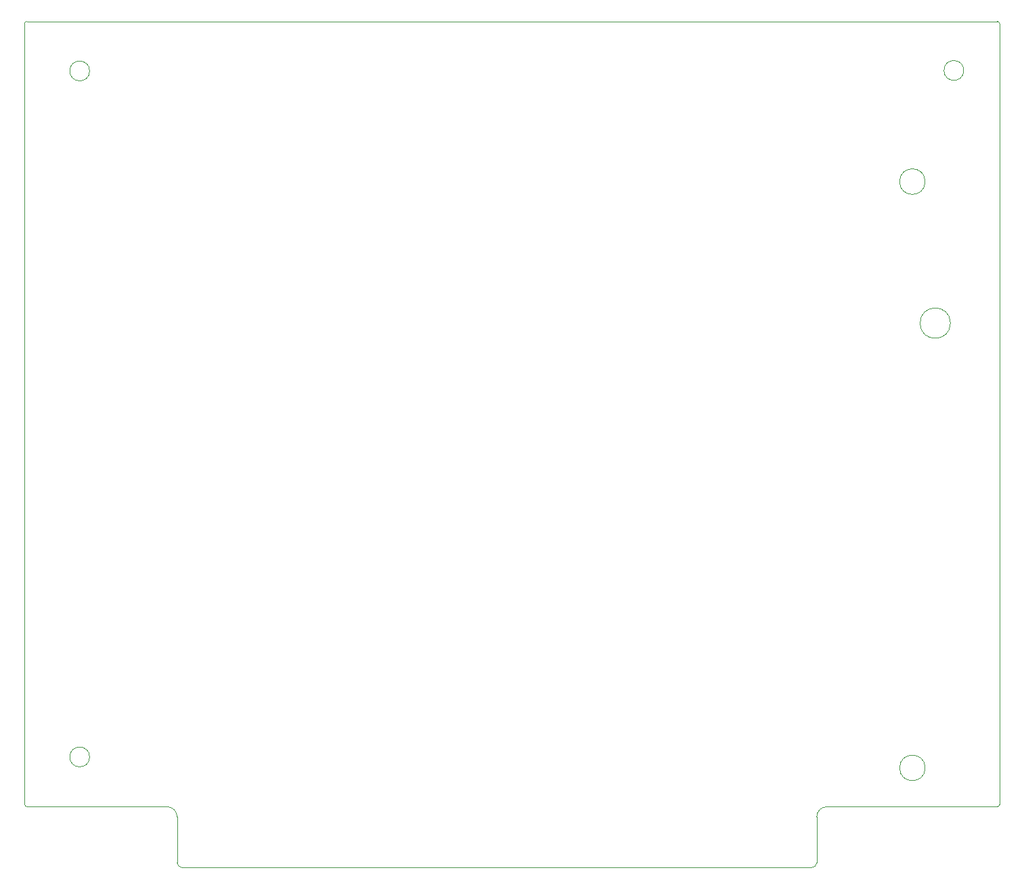
<source format=gm1>
G04 #@! TF.GenerationSoftware,KiCad,Pcbnew,8.0.9*
G04 #@! TF.CreationDate,2025-03-24T20:53:25+01:00*
G04 #@! TF.ProjectId,Mindscape_Music_Board,4d696e64-7363-4617-9065-5f4d75736963,rev?*
G04 #@! TF.SameCoordinates,Original*
G04 #@! TF.FileFunction,Profile,NP*
%FSLAX46Y46*%
G04 Gerber Fmt 4.6, Leading zero omitted, Abs format (unit mm)*
G04 Created by KiCad (PCBNEW 8.0.9) date 2025-03-24 20:53:25*
%MOMM*%
%LPD*%
G01*
G04 APERTURE LIST*
G04 #@! TA.AperFunction,Profile*
%ADD10C,0.050000*%
G04 #@! TD*
G04 APERTURE END LIST*
D10*
X74995000Y-135510001D02*
X57480000Y-135510001D01*
X57180000Y-37520000D02*
G75*
G02*
X57480000Y-37220000I300000J0D01*
G01*
X57480000Y-135510000D02*
G75*
G02*
X57180000Y-135210000I0J300000D01*
G01*
X57480000Y-37220000D02*
X178860000Y-37220000D01*
X179160000Y-135210000D02*
G75*
G02*
X178860000Y-135510000I-300000J0D01*
G01*
X179160000Y-37520000D02*
X179160000Y-135210000D01*
X178860000Y-135510000D02*
X157545000Y-135510000D01*
X178860000Y-37220000D02*
G75*
G02*
X179160000Y-37520000I0J-300000D01*
G01*
X169840000Y-130650000D02*
G75*
G02*
X166640000Y-130650000I-1600000J0D01*
G01*
X166640000Y-130650000D02*
G75*
G02*
X169840000Y-130650000I1600000J0D01*
G01*
X65310000Y-43430000D02*
G75*
G02*
X62830000Y-43430000I-1240000J0D01*
G01*
X62830000Y-43430000D02*
G75*
G02*
X65310000Y-43430000I1240000J0D01*
G01*
X57180000Y-135210000D02*
X57180000Y-37520000D01*
X169840000Y-57280000D02*
G75*
G02*
X166640000Y-57280000I-1600000J0D01*
G01*
X166640000Y-57280000D02*
G75*
G02*
X169840000Y-57280000I1600000J0D01*
G01*
X65310000Y-129280000D02*
G75*
G02*
X62830000Y-129280000I-1240000J0D01*
G01*
X62830000Y-129280000D02*
G75*
G02*
X65310000Y-129280000I1240000J0D01*
G01*
X174670000Y-43370000D02*
G75*
G02*
X172190000Y-43370000I-1240000J0D01*
G01*
X172190000Y-43370000D02*
G75*
G02*
X174670000Y-43370000I1240000J0D01*
G01*
X173000000Y-74990000D02*
G75*
G02*
X169200000Y-74990000I-1900000J0D01*
G01*
X169200000Y-74990000D02*
G75*
G02*
X173000000Y-74990000I1900000J0D01*
G01*
X76265000Y-142495000D02*
X76265000Y-136780000D01*
X76900000Y-143130000D02*
X155640000Y-143130000D01*
X156275000Y-142495000D02*
X156275000Y-136780000D01*
X74995000Y-135510000D02*
G75*
G02*
X76265000Y-136780000I1J-1269999D01*
G01*
X76900000Y-143130000D02*
G75*
G02*
X76265000Y-142495000I-1J634999D01*
G01*
X156275000Y-136780000D02*
G75*
G02*
X157545000Y-135510000I1270000J0D01*
G01*
X156275000Y-142495000D02*
G75*
G02*
X155640000Y-143130000I-635000J0D01*
G01*
M02*

</source>
